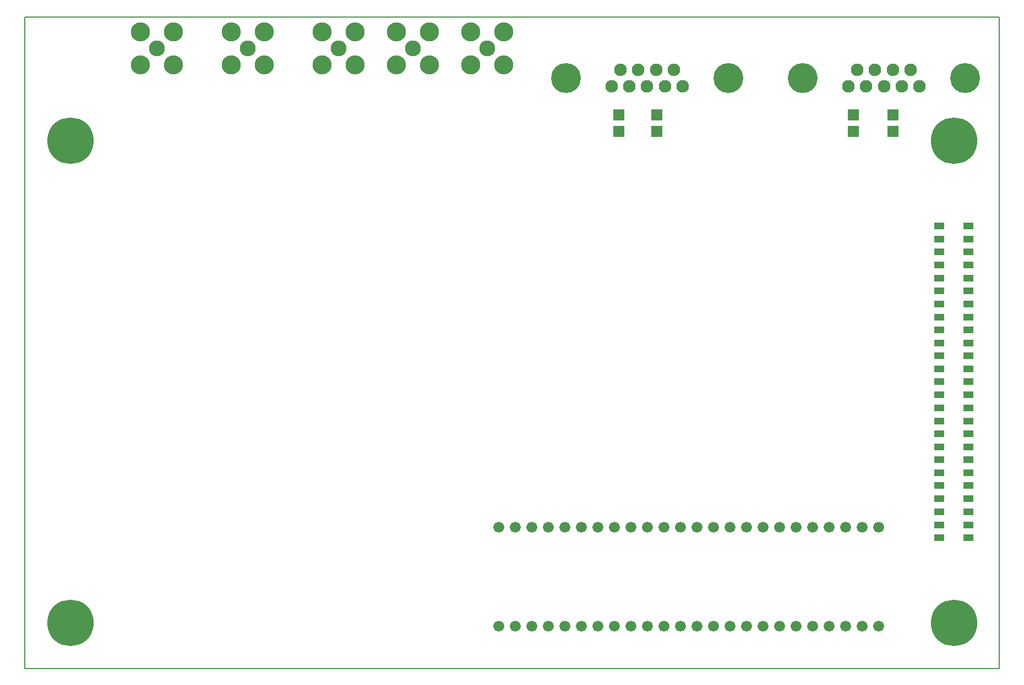
<source format=gbr>
%FSLAX23Y23*%
%MOIN*%
G04 EasyPC Gerber Version 17.0 Build 3379 *
%ADD26R,0.06112X0.04104*%
%ADD28R,0.06600X0.06600*%
%ADD10C,0.00500*%
%ADD27C,0.06600*%
%ADD73C,0.07600*%
%ADD29C,0.09600*%
%ADD72C,0.11600*%
%ADD74C,0.18100*%
%ADD25C,0.28100*%
X0Y0D02*
D02*
D10*
X3Y3D02*
X5903D01*
Y3953*
X3*
Y3*
D02*
D25*
X278Y278D03*
Y3203D03*
X5628Y278D03*
Y3203D03*
D02*
D26*
X5539Y795D03*
Y873D03*
Y952D03*
Y1031D03*
Y1110D03*
Y1188D03*
Y1267D03*
Y1346D03*
Y1425D03*
Y1503D03*
Y1582D03*
Y1661D03*
Y1740D03*
Y1818D03*
Y1897D03*
Y1976D03*
Y2054D03*
Y2133D03*
Y2212D03*
Y2291D03*
Y2369D03*
Y2448D03*
Y2527D03*
Y2606D03*
Y2684D03*
X5716Y795D03*
Y873D03*
Y952D03*
Y1031D03*
Y1110D03*
Y1188D03*
Y1267D03*
Y1346D03*
Y1425D03*
Y1503D03*
Y1582D03*
Y1661D03*
Y1740D03*
Y1818D03*
Y1897D03*
Y1976D03*
Y2054D03*
Y2133D03*
Y2212D03*
Y2291D03*
Y2369D03*
Y2448D03*
Y2527D03*
Y2606D03*
Y2684D03*
D02*
D27*
X2873Y258D03*
Y858D03*
X2973Y258D03*
Y858D03*
X3073Y258D03*
Y858D03*
X3173Y258D03*
Y858D03*
X3273Y258D03*
Y858D03*
X3373Y258D03*
Y858D03*
X3473Y258D03*
Y858D03*
X3572Y258D03*
Y858D03*
X3673Y258D03*
Y858D03*
X3773Y258D03*
Y858D03*
X3873Y258D03*
Y858D03*
X3973Y258D03*
Y858D03*
X4072Y258D03*
Y858D03*
X4173Y258D03*
Y858D03*
X4273Y258D03*
Y858D03*
X4372Y258D03*
Y858D03*
X4473Y258D03*
Y858D03*
X4572Y258D03*
Y858D03*
X4673Y258D03*
Y858D03*
X4773Y258D03*
Y858D03*
X4872Y258D03*
Y858D03*
X4973Y258D03*
Y858D03*
X5072Y258D03*
Y858D03*
X5173Y258D03*
Y858D03*
D02*
D28*
X3599Y3259D03*
Y3359D03*
X3828Y3257D03*
Y3358D03*
X5021Y3258D03*
Y3358D03*
X5258Y3257D03*
Y3358D03*
D02*
D29*
X803Y3763D03*
X1353D03*
X1903D03*
X2353D03*
X2803D03*
D02*
D72*
X703Y3663D03*
Y3863D03*
X903Y3663D03*
Y3863D03*
X1252Y3663D03*
Y3863D03*
X1453Y3663D03*
Y3863D03*
X1803Y3663D03*
Y3863D03*
X2003Y3663D03*
Y3863D03*
X2253Y3663D03*
Y3863D03*
X2453Y3663D03*
Y3863D03*
X2703Y3663D03*
Y3863D03*
X2903Y3663D03*
Y3863D03*
D02*
D73*
X3555Y3531D03*
X3609Y3631D03*
X3663Y3531D03*
X3717Y3631D03*
X3771Y3531D03*
X3825Y3631D03*
X3879Y3531D03*
X3933Y3631D03*
X3987Y3531D03*
X4989D03*
X5043Y3631D03*
X5097Y3531D03*
X5151Y3631D03*
X5205Y3531D03*
X5259Y3631D03*
X5313Y3531D03*
X5367Y3631D03*
X5421Y3531D03*
D02*
D74*
X3279Y3581D03*
X4263D03*
X4713D03*
X5697D03*
X0Y0D02*
M02*

</source>
